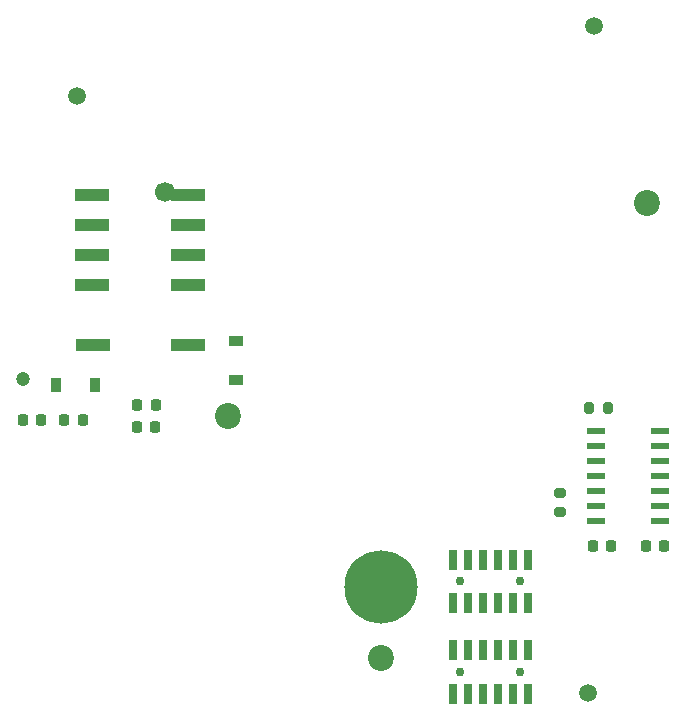
<source format=gbr>
G04 #@! TF.GenerationSoftware,KiCad,Pcbnew,6.0.11+dfsg-1~bpo11+1*
G04 #@! TF.CreationDate,2023-05-20T19:26:12-04:00*
G04 #@! TF.ProjectId,RUSP_Daughterboard,52555350-5f44-4617-9567-68746572626f,rev?*
G04 #@! TF.SameCoordinates,Original*
G04 #@! TF.FileFunction,Soldermask,Bot*
G04 #@! TF.FilePolarity,Negative*
%FSLAX46Y46*%
G04 Gerber Fmt 4.6, Leading zero omitted, Abs format (unit mm)*
G04 Created by KiCad (PCBNEW 6.0.11+dfsg-1~bpo11+1) date 2023-05-20 19:26:12*
%MOMM*%
%LPD*%
G01*
G04 APERTURE LIST*
G04 Aperture macros list*
%AMRoundRect*
0 Rectangle with rounded corners*
0 $1 Rounding radius*
0 $2 $3 $4 $5 $6 $7 $8 $9 X,Y pos of 4 corners*
0 Add a 4 corners polygon primitive as box body*
4,1,4,$2,$3,$4,$5,$6,$7,$8,$9,$2,$3,0*
0 Add four circle primitives for the rounded corners*
1,1,$1+$1,$2,$3*
1,1,$1+$1,$4,$5*
1,1,$1+$1,$6,$7*
1,1,$1+$1,$8,$9*
0 Add four rect primitives between the rounded corners*
20,1,$1+$1,$2,$3,$4,$5,0*
20,1,$1+$1,$4,$5,$6,$7,0*
20,1,$1+$1,$6,$7,$8,$9,0*
20,1,$1+$1,$8,$9,$2,$3,0*%
G04 Aperture macros list end*
%ADD10C,2.200000*%
%ADD11C,1.200000*%
%ADD12C,1.700000*%
%ADD13RoundRect,0.218750X0.218750X0.256250X-0.218750X0.256250X-0.218750X-0.256250X0.218750X-0.256250X0*%
%ADD14C,0.760000*%
%ADD15R,0.740000X1.675000*%
%ADD16C,1.500000*%
%ADD17RoundRect,0.225000X0.225000X0.250000X-0.225000X0.250000X-0.225000X-0.250000X0.225000X-0.250000X0*%
%ADD18R,3.000000X1.110000*%
%ADD19R,0.900000X1.200000*%
%ADD20RoundRect,0.200000X0.275000X-0.200000X0.275000X0.200000X-0.275000X0.200000X-0.275000X-0.200000X0*%
%ADD21R,1.200000X0.900000*%
%ADD22C,6.200000*%
%ADD23RoundRect,0.200000X0.200000X0.275000X-0.200000X0.275000X-0.200000X-0.275000X0.200000X-0.275000X0*%
%ADD24RoundRect,0.225000X-0.225000X-0.250000X0.225000X-0.250000X0.225000X0.250000X-0.225000X0.250000X0*%
%ADD25R,1.500000X0.600000*%
G04 APERTURE END LIST*
D10*
X141000000Y-113500000D03*
X176500000Y-95500000D03*
X154000000Y-134000000D03*
D11*
X123690000Y-110360000D03*
D12*
X135665000Y-94555000D03*
D13*
X128712500Y-113850000D03*
X127137500Y-113850000D03*
D14*
X165740000Y-135200000D03*
X160660000Y-135200000D03*
D15*
X160025000Y-137040000D03*
X160025000Y-133360000D03*
X161295000Y-137040000D03*
X161295000Y-133360000D03*
X162565000Y-137040000D03*
X162565000Y-133360000D03*
X163835000Y-137040000D03*
X163835000Y-133360000D03*
X165105000Y-137040000D03*
X165105000Y-133360000D03*
X166375000Y-137040000D03*
X166375000Y-133360000D03*
D13*
X134862500Y-114400000D03*
X133287500Y-114400000D03*
D16*
X172000000Y-80500000D03*
D17*
X134875000Y-112550000D03*
X133325000Y-112550000D03*
D16*
X128200000Y-86400000D03*
D17*
X125200000Y-113825000D03*
X123650000Y-113825000D03*
D14*
X160660000Y-127500000D03*
X165740000Y-127500000D03*
D15*
X160025000Y-129340000D03*
X160025000Y-125660000D03*
X161295000Y-129340000D03*
X161295000Y-125660000D03*
X162565000Y-129340000D03*
X162565000Y-125660000D03*
X163835000Y-129340000D03*
X163835000Y-125660000D03*
X165105000Y-129340000D03*
X165105000Y-125660000D03*
X166375000Y-129340000D03*
X166375000Y-125660000D03*
D18*
X129614000Y-107530000D03*
X129486000Y-102450000D03*
X129486000Y-99910000D03*
X129486000Y-97370000D03*
X129486000Y-94830000D03*
X137614000Y-94830000D03*
X137614000Y-97370000D03*
X137614000Y-99910000D03*
X137614000Y-102450000D03*
X137614000Y-107530000D03*
D19*
X126450000Y-110900000D03*
X129750000Y-110900000D03*
D20*
X169150000Y-121675000D03*
X169150000Y-120025000D03*
D21*
X141700000Y-110450000D03*
X141700000Y-107150000D03*
D22*
X154000000Y-128000000D03*
D23*
X173225000Y-112850000D03*
X171575000Y-112850000D03*
D17*
X177925000Y-124500000D03*
X176375000Y-124500000D03*
D24*
X171925000Y-124550000D03*
X173475000Y-124550000D03*
D16*
X171500000Y-137000000D03*
D25*
X172150000Y-122410000D03*
X172150000Y-121140000D03*
X172150000Y-119870000D03*
X172150000Y-118600000D03*
X172150000Y-117330000D03*
X172150000Y-116060000D03*
X172150000Y-114790000D03*
X177550000Y-114790000D03*
X177550000Y-116060000D03*
X177550000Y-117330000D03*
X177550000Y-118600000D03*
X177550000Y-119870000D03*
X177550000Y-121140000D03*
X177550000Y-122410000D03*
M02*

</source>
